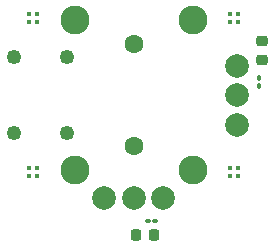
<source format=gbr>
%TF.GenerationSoftware,KiCad,Pcbnew,9.0.3*%
%TF.CreationDate,2025-07-21T12:26:19-07:00*%
%TF.ProjectId,UGC_SubStick_R5,5547435f-5375-4625-9374-69636b5f5235,rev?*%
%TF.SameCoordinates,Original*%
%TF.FileFunction,Soldermask,Top*%
%TF.FilePolarity,Negative*%
%FSLAX46Y46*%
G04 Gerber Fmt 4.6, Leading zero omitted, Abs format (unit mm)*
G04 Created by KiCad (PCBNEW 9.0.3) date 2025-07-21 12:26:19*
%MOMM*%
%LPD*%
G01*
G04 APERTURE LIST*
G04 Aperture macros list*
%AMRoundRect*
0 Rectangle with rounded corners*
0 $1 Rounding radius*
0 $2 $3 $4 $5 $6 $7 $8 $9 X,Y pos of 4 corners*
0 Add a 4 corners polygon primitive as box body*
4,1,4,$2,$3,$4,$5,$6,$7,$8,$9,$2,$3,0*
0 Add four circle primitives for the rounded corners*
1,1,$1+$1,$2,$3*
1,1,$1+$1,$4,$5*
1,1,$1+$1,$6,$7*
1,1,$1+$1,$8,$9*
0 Add four rect primitives between the rounded corners*
20,1,$1+$1,$2,$3,$4,$5,0*
20,1,$1+$1,$4,$5,$6,$7,0*
20,1,$1+$1,$6,$7,$8,$9,0*
20,1,$1+$1,$8,$9,$2,$3,0*%
G04 Aperture macros list end*
%ADD10R,0.370000X0.370000*%
%ADD11RoundRect,0.225000X-0.225000X-0.250000X0.225000X-0.250000X0.225000X0.250000X-0.225000X0.250000X0*%
%ADD12RoundRect,0.100000X-0.130000X-0.100000X0.130000X-0.100000X0.130000X0.100000X-0.130000X0.100000X0*%
%ADD13C,2.450000*%
%ADD14C,1.600000*%
%ADD15C,1.250000*%
%ADD16C,2.000000*%
%ADD17RoundRect,0.225000X-0.250000X0.225000X-0.250000X-0.225000X0.250000X-0.225000X0.250000X0.225000X0*%
%ADD18RoundRect,0.100000X0.100000X-0.130000X0.100000X0.130000X-0.100000X0.130000X-0.100000X-0.130000X0*%
G04 APERTURE END LIST*
D10*
%TO.C,RGB4*%
X50590000Y-31331718D03*
X51260000Y-31331718D03*
X51260000Y-30661718D03*
X50590000Y-30661718D03*
%TD*%
%TO.C,RGB3*%
X50590000Y-44331718D03*
X51260000Y-44331718D03*
X51260000Y-43661718D03*
X50590000Y-43661718D03*
%TD*%
%TO.C,RGB1*%
X67590000Y-31331718D03*
X68260000Y-31331718D03*
X68260000Y-30661718D03*
X67590000Y-30661718D03*
%TD*%
D11*
%TO.C,C1*%
X59626200Y-49301400D03*
X61176200Y-49301400D03*
%TD*%
D12*
%TO.C,R1*%
X60589200Y-48133000D03*
X61229200Y-48133000D03*
%TD*%
D13*
%TO.C,SW1*%
X54425000Y-31171718D03*
X54425000Y-43821718D03*
D14*
X59425000Y-33196718D03*
X59425000Y-41796718D03*
D13*
X64425000Y-31171718D03*
X64425000Y-43821718D03*
D15*
X53775000Y-34246718D03*
X53775000Y-40746718D03*
X49275000Y-34246718D03*
X49275000Y-40746718D03*
D16*
X56925000Y-46196718D03*
X59425000Y-46196718D03*
X61925000Y-46196718D03*
X68125000Y-39996718D03*
X68125000Y-37496718D03*
X68125000Y-34996718D03*
%TD*%
D17*
%TO.C,C2*%
X70317800Y-32933200D03*
X70317800Y-34483200D03*
%TD*%
D10*
%TO.C,RGB2*%
X67590000Y-44331718D03*
X68260000Y-44331718D03*
X68260000Y-43661718D03*
X67590000Y-43661718D03*
%TD*%
D18*
%TO.C,R2*%
X70053200Y-36718200D03*
X70053200Y-36078200D03*
%TD*%
M02*

</source>
